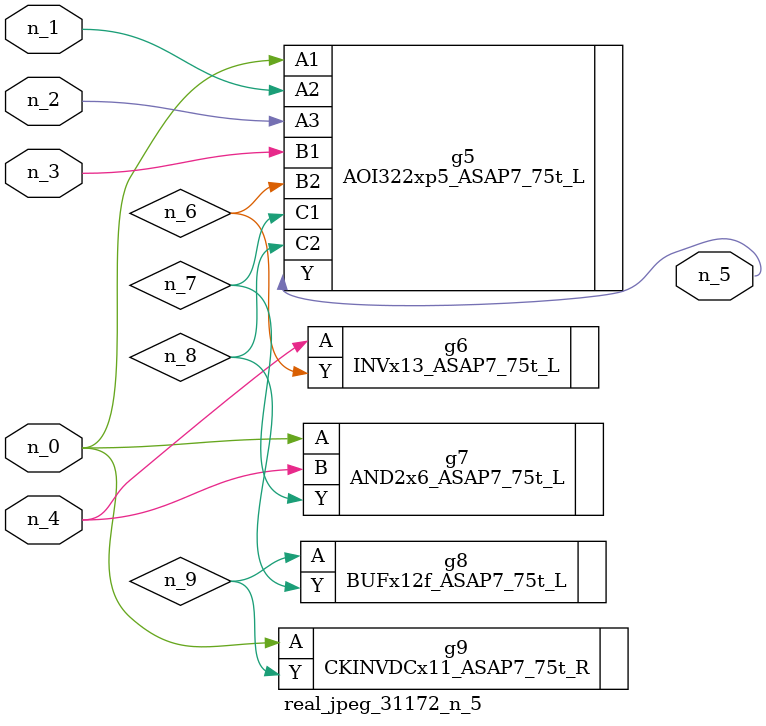
<source format=v>
module real_jpeg_31172_n_5 (n_4, n_0, n_1, n_2, n_3, n_5);

input n_4;
input n_0;
input n_1;
input n_2;
input n_3;

output n_5;

wire n_8;
wire n_6;
wire n_7;
wire n_9;

AOI322xp5_ASAP7_75t_L g5 ( 
.A1(n_0),
.A2(n_1),
.A3(n_2),
.B1(n_3),
.B2(n_6),
.C1(n_7),
.C2(n_8),
.Y(n_5)
);

AND2x6_ASAP7_75t_L g7 ( 
.A(n_0),
.B(n_4),
.Y(n_7)
);

CKINVDCx11_ASAP7_75t_R g9 ( 
.A(n_0),
.Y(n_9)
);

INVx13_ASAP7_75t_L g6 ( 
.A(n_4),
.Y(n_6)
);

BUFx12f_ASAP7_75t_L g8 ( 
.A(n_9),
.Y(n_8)
);


endmodule
</source>
